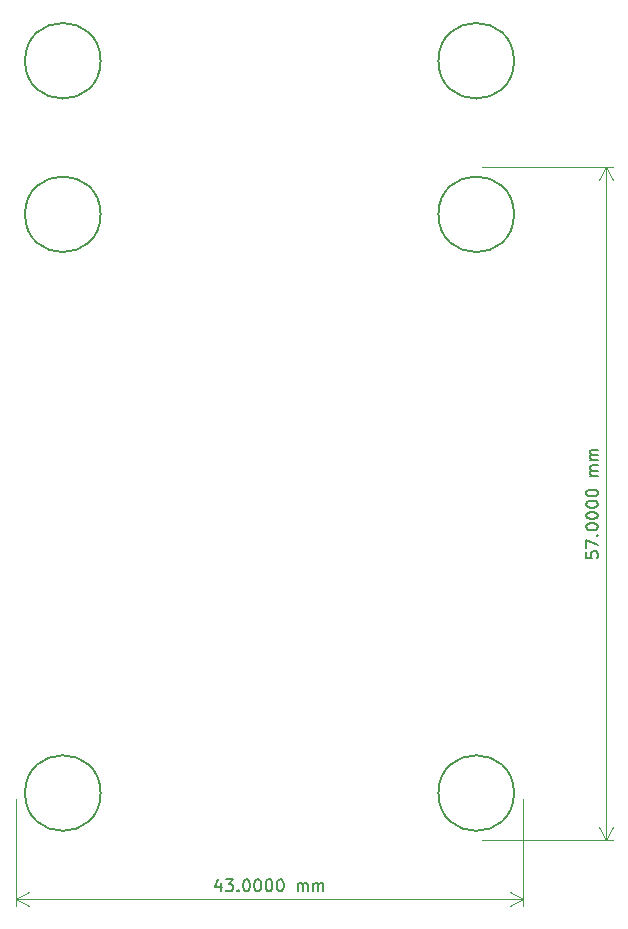
<source format=gbr>
%TF.GenerationSoftware,KiCad,Pcbnew,8.0.5*%
%TF.CreationDate,2025-01-18T16:16:31+01:00*%
%TF.ProjectId,Floppy voltmeter clock,466c6f70-7079-4207-966f-6c746d657465,1.0*%
%TF.SameCoordinates,Original*%
%TF.FileFunction,Other,Comment*%
%FSLAX46Y46*%
G04 Gerber Fmt 4.6, Leading zero omitted, Abs format (unit mm)*
G04 Created by KiCad (PCBNEW 8.0.5) date 2025-01-18 16:16:31*
%MOMM*%
%LPD*%
G01*
G04 APERTURE LIST*
%ADD10C,0.150000*%
%ADD11C,0.100000*%
G04 APERTURE END LIST*
D10*
X225304819Y-115595237D02*
X225304819Y-116071427D01*
X225304819Y-116071427D02*
X225781009Y-116119046D01*
X225781009Y-116119046D02*
X225733390Y-116071427D01*
X225733390Y-116071427D02*
X225685771Y-115976189D01*
X225685771Y-115976189D02*
X225685771Y-115738094D01*
X225685771Y-115738094D02*
X225733390Y-115642856D01*
X225733390Y-115642856D02*
X225781009Y-115595237D01*
X225781009Y-115595237D02*
X225876247Y-115547618D01*
X225876247Y-115547618D02*
X226114342Y-115547618D01*
X226114342Y-115547618D02*
X226209580Y-115595237D01*
X226209580Y-115595237D02*
X226257200Y-115642856D01*
X226257200Y-115642856D02*
X226304819Y-115738094D01*
X226304819Y-115738094D02*
X226304819Y-115976189D01*
X226304819Y-115976189D02*
X226257200Y-116071427D01*
X226257200Y-116071427D02*
X226209580Y-116119046D01*
X225304819Y-115214284D02*
X225304819Y-114547618D01*
X225304819Y-114547618D02*
X226304819Y-114976189D01*
X226209580Y-114166665D02*
X226257200Y-114119046D01*
X226257200Y-114119046D02*
X226304819Y-114166665D01*
X226304819Y-114166665D02*
X226257200Y-114214284D01*
X226257200Y-114214284D02*
X226209580Y-114166665D01*
X226209580Y-114166665D02*
X226304819Y-114166665D01*
X225304819Y-113499999D02*
X225304819Y-113404761D01*
X225304819Y-113404761D02*
X225352438Y-113309523D01*
X225352438Y-113309523D02*
X225400057Y-113261904D01*
X225400057Y-113261904D02*
X225495295Y-113214285D01*
X225495295Y-113214285D02*
X225685771Y-113166666D01*
X225685771Y-113166666D02*
X225923866Y-113166666D01*
X225923866Y-113166666D02*
X226114342Y-113214285D01*
X226114342Y-113214285D02*
X226209580Y-113261904D01*
X226209580Y-113261904D02*
X226257200Y-113309523D01*
X226257200Y-113309523D02*
X226304819Y-113404761D01*
X226304819Y-113404761D02*
X226304819Y-113499999D01*
X226304819Y-113499999D02*
X226257200Y-113595237D01*
X226257200Y-113595237D02*
X226209580Y-113642856D01*
X226209580Y-113642856D02*
X226114342Y-113690475D01*
X226114342Y-113690475D02*
X225923866Y-113738094D01*
X225923866Y-113738094D02*
X225685771Y-113738094D01*
X225685771Y-113738094D02*
X225495295Y-113690475D01*
X225495295Y-113690475D02*
X225400057Y-113642856D01*
X225400057Y-113642856D02*
X225352438Y-113595237D01*
X225352438Y-113595237D02*
X225304819Y-113499999D01*
X225304819Y-112547618D02*
X225304819Y-112452380D01*
X225304819Y-112452380D02*
X225352438Y-112357142D01*
X225352438Y-112357142D02*
X225400057Y-112309523D01*
X225400057Y-112309523D02*
X225495295Y-112261904D01*
X225495295Y-112261904D02*
X225685771Y-112214285D01*
X225685771Y-112214285D02*
X225923866Y-112214285D01*
X225923866Y-112214285D02*
X226114342Y-112261904D01*
X226114342Y-112261904D02*
X226209580Y-112309523D01*
X226209580Y-112309523D02*
X226257200Y-112357142D01*
X226257200Y-112357142D02*
X226304819Y-112452380D01*
X226304819Y-112452380D02*
X226304819Y-112547618D01*
X226304819Y-112547618D02*
X226257200Y-112642856D01*
X226257200Y-112642856D02*
X226209580Y-112690475D01*
X226209580Y-112690475D02*
X226114342Y-112738094D01*
X226114342Y-112738094D02*
X225923866Y-112785713D01*
X225923866Y-112785713D02*
X225685771Y-112785713D01*
X225685771Y-112785713D02*
X225495295Y-112738094D01*
X225495295Y-112738094D02*
X225400057Y-112690475D01*
X225400057Y-112690475D02*
X225352438Y-112642856D01*
X225352438Y-112642856D02*
X225304819Y-112547618D01*
X225304819Y-111595237D02*
X225304819Y-111499999D01*
X225304819Y-111499999D02*
X225352438Y-111404761D01*
X225352438Y-111404761D02*
X225400057Y-111357142D01*
X225400057Y-111357142D02*
X225495295Y-111309523D01*
X225495295Y-111309523D02*
X225685771Y-111261904D01*
X225685771Y-111261904D02*
X225923866Y-111261904D01*
X225923866Y-111261904D02*
X226114342Y-111309523D01*
X226114342Y-111309523D02*
X226209580Y-111357142D01*
X226209580Y-111357142D02*
X226257200Y-111404761D01*
X226257200Y-111404761D02*
X226304819Y-111499999D01*
X226304819Y-111499999D02*
X226304819Y-111595237D01*
X226304819Y-111595237D02*
X226257200Y-111690475D01*
X226257200Y-111690475D02*
X226209580Y-111738094D01*
X226209580Y-111738094D02*
X226114342Y-111785713D01*
X226114342Y-111785713D02*
X225923866Y-111833332D01*
X225923866Y-111833332D02*
X225685771Y-111833332D01*
X225685771Y-111833332D02*
X225495295Y-111785713D01*
X225495295Y-111785713D02*
X225400057Y-111738094D01*
X225400057Y-111738094D02*
X225352438Y-111690475D01*
X225352438Y-111690475D02*
X225304819Y-111595237D01*
X225304819Y-110642856D02*
X225304819Y-110547618D01*
X225304819Y-110547618D02*
X225352438Y-110452380D01*
X225352438Y-110452380D02*
X225400057Y-110404761D01*
X225400057Y-110404761D02*
X225495295Y-110357142D01*
X225495295Y-110357142D02*
X225685771Y-110309523D01*
X225685771Y-110309523D02*
X225923866Y-110309523D01*
X225923866Y-110309523D02*
X226114342Y-110357142D01*
X226114342Y-110357142D02*
X226209580Y-110404761D01*
X226209580Y-110404761D02*
X226257200Y-110452380D01*
X226257200Y-110452380D02*
X226304819Y-110547618D01*
X226304819Y-110547618D02*
X226304819Y-110642856D01*
X226304819Y-110642856D02*
X226257200Y-110738094D01*
X226257200Y-110738094D02*
X226209580Y-110785713D01*
X226209580Y-110785713D02*
X226114342Y-110833332D01*
X226114342Y-110833332D02*
X225923866Y-110880951D01*
X225923866Y-110880951D02*
X225685771Y-110880951D01*
X225685771Y-110880951D02*
X225495295Y-110833332D01*
X225495295Y-110833332D02*
X225400057Y-110785713D01*
X225400057Y-110785713D02*
X225352438Y-110738094D01*
X225352438Y-110738094D02*
X225304819Y-110642856D01*
X226304819Y-109119046D02*
X225638152Y-109119046D01*
X225733390Y-109119046D02*
X225685771Y-109071427D01*
X225685771Y-109071427D02*
X225638152Y-108976189D01*
X225638152Y-108976189D02*
X225638152Y-108833332D01*
X225638152Y-108833332D02*
X225685771Y-108738094D01*
X225685771Y-108738094D02*
X225781009Y-108690475D01*
X225781009Y-108690475D02*
X226304819Y-108690475D01*
X225781009Y-108690475D02*
X225685771Y-108642856D01*
X225685771Y-108642856D02*
X225638152Y-108547618D01*
X225638152Y-108547618D02*
X225638152Y-108404761D01*
X225638152Y-108404761D02*
X225685771Y-108309522D01*
X225685771Y-108309522D02*
X225781009Y-108261903D01*
X225781009Y-108261903D02*
X226304819Y-108261903D01*
X226304819Y-107785713D02*
X225638152Y-107785713D01*
X225733390Y-107785713D02*
X225685771Y-107738094D01*
X225685771Y-107738094D02*
X225638152Y-107642856D01*
X225638152Y-107642856D02*
X225638152Y-107499999D01*
X225638152Y-107499999D02*
X225685771Y-107404761D01*
X225685771Y-107404761D02*
X225781009Y-107357142D01*
X225781009Y-107357142D02*
X226304819Y-107357142D01*
X225781009Y-107357142D02*
X225685771Y-107309523D01*
X225685771Y-107309523D02*
X225638152Y-107214285D01*
X225638152Y-107214285D02*
X225638152Y-107071428D01*
X225638152Y-107071428D02*
X225685771Y-106976189D01*
X225685771Y-106976189D02*
X225781009Y-106928570D01*
X225781009Y-106928570D02*
X226304819Y-106928570D01*
D11*
X216500000Y-140000000D02*
X227586420Y-140000000D01*
X216500000Y-83000000D02*
X227586420Y-83000000D01*
X227000000Y-140000000D02*
X227000000Y-83000000D01*
X227000000Y-140000000D02*
X227000000Y-83000000D01*
X227000000Y-140000000D02*
X226413579Y-138873496D01*
X227000000Y-140000000D02*
X227586421Y-138873496D01*
X227000000Y-83000000D02*
X227586421Y-84126504D01*
X227000000Y-83000000D02*
X226413579Y-84126504D01*
D10*
X194357143Y-143638152D02*
X194357143Y-144304819D01*
X194119048Y-143257200D02*
X193880953Y-143971485D01*
X193880953Y-143971485D02*
X194500000Y-143971485D01*
X194785715Y-143304819D02*
X195404762Y-143304819D01*
X195404762Y-143304819D02*
X195071429Y-143685771D01*
X195071429Y-143685771D02*
X195214286Y-143685771D01*
X195214286Y-143685771D02*
X195309524Y-143733390D01*
X195309524Y-143733390D02*
X195357143Y-143781009D01*
X195357143Y-143781009D02*
X195404762Y-143876247D01*
X195404762Y-143876247D02*
X195404762Y-144114342D01*
X195404762Y-144114342D02*
X195357143Y-144209580D01*
X195357143Y-144209580D02*
X195309524Y-144257200D01*
X195309524Y-144257200D02*
X195214286Y-144304819D01*
X195214286Y-144304819D02*
X194928572Y-144304819D01*
X194928572Y-144304819D02*
X194833334Y-144257200D01*
X194833334Y-144257200D02*
X194785715Y-144209580D01*
X195833334Y-144209580D02*
X195880953Y-144257200D01*
X195880953Y-144257200D02*
X195833334Y-144304819D01*
X195833334Y-144304819D02*
X195785715Y-144257200D01*
X195785715Y-144257200D02*
X195833334Y-144209580D01*
X195833334Y-144209580D02*
X195833334Y-144304819D01*
X196500000Y-143304819D02*
X196595238Y-143304819D01*
X196595238Y-143304819D02*
X196690476Y-143352438D01*
X196690476Y-143352438D02*
X196738095Y-143400057D01*
X196738095Y-143400057D02*
X196785714Y-143495295D01*
X196785714Y-143495295D02*
X196833333Y-143685771D01*
X196833333Y-143685771D02*
X196833333Y-143923866D01*
X196833333Y-143923866D02*
X196785714Y-144114342D01*
X196785714Y-144114342D02*
X196738095Y-144209580D01*
X196738095Y-144209580D02*
X196690476Y-144257200D01*
X196690476Y-144257200D02*
X196595238Y-144304819D01*
X196595238Y-144304819D02*
X196500000Y-144304819D01*
X196500000Y-144304819D02*
X196404762Y-144257200D01*
X196404762Y-144257200D02*
X196357143Y-144209580D01*
X196357143Y-144209580D02*
X196309524Y-144114342D01*
X196309524Y-144114342D02*
X196261905Y-143923866D01*
X196261905Y-143923866D02*
X196261905Y-143685771D01*
X196261905Y-143685771D02*
X196309524Y-143495295D01*
X196309524Y-143495295D02*
X196357143Y-143400057D01*
X196357143Y-143400057D02*
X196404762Y-143352438D01*
X196404762Y-143352438D02*
X196500000Y-143304819D01*
X197452381Y-143304819D02*
X197547619Y-143304819D01*
X197547619Y-143304819D02*
X197642857Y-143352438D01*
X197642857Y-143352438D02*
X197690476Y-143400057D01*
X197690476Y-143400057D02*
X197738095Y-143495295D01*
X197738095Y-143495295D02*
X197785714Y-143685771D01*
X197785714Y-143685771D02*
X197785714Y-143923866D01*
X197785714Y-143923866D02*
X197738095Y-144114342D01*
X197738095Y-144114342D02*
X197690476Y-144209580D01*
X197690476Y-144209580D02*
X197642857Y-144257200D01*
X197642857Y-144257200D02*
X197547619Y-144304819D01*
X197547619Y-144304819D02*
X197452381Y-144304819D01*
X197452381Y-144304819D02*
X197357143Y-144257200D01*
X197357143Y-144257200D02*
X197309524Y-144209580D01*
X197309524Y-144209580D02*
X197261905Y-144114342D01*
X197261905Y-144114342D02*
X197214286Y-143923866D01*
X197214286Y-143923866D02*
X197214286Y-143685771D01*
X197214286Y-143685771D02*
X197261905Y-143495295D01*
X197261905Y-143495295D02*
X197309524Y-143400057D01*
X197309524Y-143400057D02*
X197357143Y-143352438D01*
X197357143Y-143352438D02*
X197452381Y-143304819D01*
X198404762Y-143304819D02*
X198500000Y-143304819D01*
X198500000Y-143304819D02*
X198595238Y-143352438D01*
X198595238Y-143352438D02*
X198642857Y-143400057D01*
X198642857Y-143400057D02*
X198690476Y-143495295D01*
X198690476Y-143495295D02*
X198738095Y-143685771D01*
X198738095Y-143685771D02*
X198738095Y-143923866D01*
X198738095Y-143923866D02*
X198690476Y-144114342D01*
X198690476Y-144114342D02*
X198642857Y-144209580D01*
X198642857Y-144209580D02*
X198595238Y-144257200D01*
X198595238Y-144257200D02*
X198500000Y-144304819D01*
X198500000Y-144304819D02*
X198404762Y-144304819D01*
X198404762Y-144304819D02*
X198309524Y-144257200D01*
X198309524Y-144257200D02*
X198261905Y-144209580D01*
X198261905Y-144209580D02*
X198214286Y-144114342D01*
X198214286Y-144114342D02*
X198166667Y-143923866D01*
X198166667Y-143923866D02*
X198166667Y-143685771D01*
X198166667Y-143685771D02*
X198214286Y-143495295D01*
X198214286Y-143495295D02*
X198261905Y-143400057D01*
X198261905Y-143400057D02*
X198309524Y-143352438D01*
X198309524Y-143352438D02*
X198404762Y-143304819D01*
X199357143Y-143304819D02*
X199452381Y-143304819D01*
X199452381Y-143304819D02*
X199547619Y-143352438D01*
X199547619Y-143352438D02*
X199595238Y-143400057D01*
X199595238Y-143400057D02*
X199642857Y-143495295D01*
X199642857Y-143495295D02*
X199690476Y-143685771D01*
X199690476Y-143685771D02*
X199690476Y-143923866D01*
X199690476Y-143923866D02*
X199642857Y-144114342D01*
X199642857Y-144114342D02*
X199595238Y-144209580D01*
X199595238Y-144209580D02*
X199547619Y-144257200D01*
X199547619Y-144257200D02*
X199452381Y-144304819D01*
X199452381Y-144304819D02*
X199357143Y-144304819D01*
X199357143Y-144304819D02*
X199261905Y-144257200D01*
X199261905Y-144257200D02*
X199214286Y-144209580D01*
X199214286Y-144209580D02*
X199166667Y-144114342D01*
X199166667Y-144114342D02*
X199119048Y-143923866D01*
X199119048Y-143923866D02*
X199119048Y-143685771D01*
X199119048Y-143685771D02*
X199166667Y-143495295D01*
X199166667Y-143495295D02*
X199214286Y-143400057D01*
X199214286Y-143400057D02*
X199261905Y-143352438D01*
X199261905Y-143352438D02*
X199357143Y-143304819D01*
X200880953Y-144304819D02*
X200880953Y-143638152D01*
X200880953Y-143733390D02*
X200928572Y-143685771D01*
X200928572Y-143685771D02*
X201023810Y-143638152D01*
X201023810Y-143638152D02*
X201166667Y-143638152D01*
X201166667Y-143638152D02*
X201261905Y-143685771D01*
X201261905Y-143685771D02*
X201309524Y-143781009D01*
X201309524Y-143781009D02*
X201309524Y-144304819D01*
X201309524Y-143781009D02*
X201357143Y-143685771D01*
X201357143Y-143685771D02*
X201452381Y-143638152D01*
X201452381Y-143638152D02*
X201595238Y-143638152D01*
X201595238Y-143638152D02*
X201690477Y-143685771D01*
X201690477Y-143685771D02*
X201738096Y-143781009D01*
X201738096Y-143781009D02*
X201738096Y-144304819D01*
X202214286Y-144304819D02*
X202214286Y-143638152D01*
X202214286Y-143733390D02*
X202261905Y-143685771D01*
X202261905Y-143685771D02*
X202357143Y-143638152D01*
X202357143Y-143638152D02*
X202500000Y-143638152D01*
X202500000Y-143638152D02*
X202595238Y-143685771D01*
X202595238Y-143685771D02*
X202642857Y-143781009D01*
X202642857Y-143781009D02*
X202642857Y-144304819D01*
X202642857Y-143781009D02*
X202690476Y-143685771D01*
X202690476Y-143685771D02*
X202785714Y-143638152D01*
X202785714Y-143638152D02*
X202928571Y-143638152D01*
X202928571Y-143638152D02*
X203023810Y-143685771D01*
X203023810Y-143685771D02*
X203071429Y-143781009D01*
X203071429Y-143781009D02*
X203071429Y-144304819D01*
D11*
X220000000Y-136500000D02*
X220000000Y-145586420D01*
X177000000Y-136500000D02*
X177000000Y-145586420D01*
X220000000Y-145000000D02*
X177000000Y-145000000D01*
X220000000Y-145000000D02*
X177000000Y-145000000D01*
X220000000Y-145000000D02*
X218873496Y-145586421D01*
X220000000Y-145000000D02*
X218873496Y-144413579D01*
X177000000Y-145000000D02*
X178126504Y-144413579D01*
X177000000Y-145000000D02*
X178126504Y-145586421D01*
D10*
%TO.C,H3*%
X219200000Y-136000000D02*
G75*
G02*
X212800000Y-136000000I-3200000J0D01*
G01*
X212800000Y-136000000D02*
G75*
G02*
X219200000Y-136000000I3200000J0D01*
G01*
%TO.C,H4*%
X184200000Y-136000000D02*
G75*
G02*
X177800000Y-136000000I-3200000J0D01*
G01*
X177800000Y-136000000D02*
G75*
G02*
X184200000Y-136000000I3200000J0D01*
G01*
%TO.C,H2*%
X219200000Y-87000000D02*
G75*
G02*
X212800000Y-87000000I-3200000J0D01*
G01*
X212800000Y-87000000D02*
G75*
G02*
X219200000Y-87000000I3200000J0D01*
G01*
%TO.C,H5*%
X184200000Y-74000000D02*
G75*
G02*
X177800000Y-74000000I-3200000J0D01*
G01*
X177800000Y-74000000D02*
G75*
G02*
X184200000Y-74000000I3200000J0D01*
G01*
%TO.C,H1*%
X184200000Y-87000000D02*
G75*
G02*
X177800000Y-87000000I-3200000J0D01*
G01*
X177800000Y-87000000D02*
G75*
G02*
X184200000Y-87000000I3200000J0D01*
G01*
%TO.C,H6*%
X219200000Y-74000000D02*
G75*
G02*
X212800000Y-74000000I-3200000J0D01*
G01*
X212800000Y-74000000D02*
G75*
G02*
X219200000Y-74000000I3200000J0D01*
G01*
%TD*%
M02*

</source>
